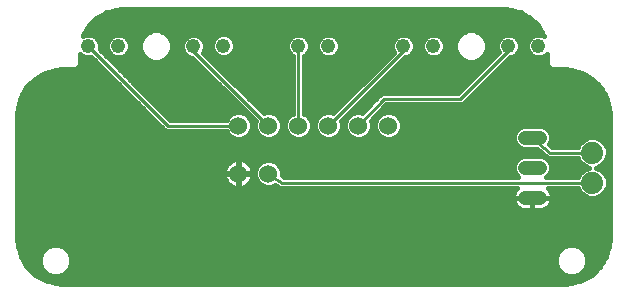
<source format=gbl>
G75*
%MOIN*%
%OFA0B0*%
%FSLAX25Y25*%
%IPPOS*%
%LPD*%
%AMOC8*
5,1,8,0,0,1.08239X$1,22.5*
%
%ADD10C,0.07400*%
%ADD11C,0.04800*%
%ADD12C,0.04800*%
%ADD13C,0.06000*%
%ADD14C,0.01600*%
%ADD15C,0.01000*%
D10*
X0254000Y0071000D03*
X0254000Y0081000D03*
D11*
X0236000Y0116500D03*
X0226000Y0116500D03*
X0201000Y0116500D03*
X0191000Y0116500D03*
X0166000Y0116500D03*
X0156000Y0116500D03*
X0131000Y0116561D03*
X0121000Y0116439D03*
X0096000Y0116500D03*
X0086000Y0116500D03*
D12*
X0231600Y0086000D02*
X0236400Y0086000D01*
X0236400Y0076000D02*
X0231600Y0076000D01*
X0231600Y0066000D02*
X0236400Y0066000D01*
D13*
X0186000Y0090000D03*
X0176000Y0090000D03*
X0166000Y0090000D03*
X0156000Y0090000D03*
X0146000Y0090000D03*
X0136000Y0090000D03*
X0136000Y0074000D03*
X0146000Y0074000D03*
D14*
X0075081Y0037426D02*
X0071375Y0038419D01*
X0068051Y0040338D01*
X0065338Y0043051D01*
X0063419Y0046375D01*
X0062426Y0050081D01*
X0062300Y0052000D01*
X0062300Y0094000D01*
X0062426Y0095919D01*
X0063419Y0099625D01*
X0065338Y0102949D01*
X0068051Y0105662D01*
X0071375Y0107581D01*
X0075081Y0108574D01*
X0077000Y0108700D01*
X0081953Y0108700D01*
X0083300Y0110047D01*
X0083300Y0113826D01*
X0083847Y0113279D01*
X0085244Y0112700D01*
X0086756Y0112700D01*
X0087008Y0112805D01*
X0110600Y0089213D01*
X0110600Y0089213D01*
X0111713Y0088100D01*
X0132024Y0088100D01*
X0132270Y0087508D01*
X0133508Y0086270D01*
X0135125Y0085600D01*
X0136875Y0085600D01*
X0138492Y0086270D01*
X0139730Y0087508D01*
X0140400Y0089125D01*
X0140400Y0090875D01*
X0139730Y0092492D01*
X0138492Y0093730D01*
X0136875Y0094400D01*
X0135125Y0094400D01*
X0133508Y0093730D01*
X0132270Y0092492D01*
X0132024Y0091900D01*
X0113287Y0091900D01*
X0089695Y0115492D01*
X0089800Y0115744D01*
X0089800Y0117256D01*
X0089221Y0118653D01*
X0088153Y0119721D01*
X0093847Y0119721D01*
X0092779Y0118653D01*
X0092200Y0117256D01*
X0092200Y0115744D01*
X0092779Y0114347D01*
X0093847Y0113279D01*
X0095244Y0112700D01*
X0096756Y0112700D01*
X0098153Y0113279D01*
X0099221Y0114347D01*
X0099800Y0115744D01*
X0099800Y0117256D01*
X0099221Y0118653D01*
X0098153Y0119721D01*
X0104293Y0119721D01*
X0104047Y0119475D02*
X0103247Y0117545D01*
X0103247Y0115455D01*
X0104047Y0113525D01*
X0105525Y0112047D01*
X0107455Y0111247D01*
X0109545Y0111247D01*
X0111475Y0112047D01*
X0112953Y0113525D01*
X0113753Y0115455D01*
X0113753Y0117545D01*
X0112953Y0119475D01*
X0111475Y0120953D01*
X0109545Y0121753D01*
X0107455Y0121753D01*
X0105525Y0120953D01*
X0104047Y0119475D01*
X0103487Y0118123D02*
X0099441Y0118123D01*
X0098153Y0119721D02*
X0096756Y0120300D01*
X0095244Y0120300D01*
X0093847Y0119721D01*
X0092559Y0118123D02*
X0089441Y0118123D01*
X0088153Y0119721D02*
X0086756Y0120300D01*
X0085244Y0120300D01*
X0084248Y0119887D01*
X0084343Y0120243D01*
X0086131Y0123340D01*
X0088660Y0125869D01*
X0091757Y0127657D01*
X0095212Y0128583D01*
X0097000Y0128700D01*
X0225000Y0128700D01*
X0226788Y0128583D01*
X0230243Y0127657D01*
X0233340Y0125869D01*
X0235869Y0123340D01*
X0237657Y0120243D01*
X0237752Y0119887D01*
X0236756Y0120300D01*
X0235244Y0120300D01*
X0233847Y0119721D01*
X0228153Y0119721D01*
X0226756Y0120300D01*
X0225244Y0120300D01*
X0223847Y0119721D01*
X0217707Y0119721D01*
X0217953Y0119475D02*
X0216475Y0120953D01*
X0214545Y0121753D01*
X0212455Y0121753D01*
X0210525Y0120953D01*
X0209047Y0119475D01*
X0208247Y0117545D01*
X0208247Y0115455D01*
X0209047Y0113525D01*
X0210525Y0112047D01*
X0212455Y0111247D01*
X0214545Y0111247D01*
X0216475Y0112047D01*
X0217953Y0113525D01*
X0218753Y0115455D01*
X0218753Y0117545D01*
X0217953Y0119475D01*
X0218513Y0118123D02*
X0222559Y0118123D01*
X0222779Y0118653D02*
X0222200Y0117256D01*
X0222200Y0115744D01*
X0222744Y0114431D01*
X0209213Y0100900D01*
X0185255Y0100900D01*
X0185232Y0100922D01*
X0184473Y0100900D01*
X0183713Y0100900D01*
X0183691Y0100878D01*
X0183659Y0100877D01*
X0183137Y0100324D01*
X0182600Y0099787D01*
X0182600Y0099755D01*
X0177355Y0094201D01*
X0176875Y0094400D01*
X0175125Y0094400D01*
X0173508Y0093730D01*
X0172270Y0092492D01*
X0171600Y0090875D01*
X0171600Y0089125D01*
X0172270Y0087508D01*
X0173508Y0086270D01*
X0175125Y0085600D01*
X0176875Y0085600D01*
X0178492Y0086270D01*
X0179730Y0087508D01*
X0180400Y0089125D01*
X0180400Y0090875D01*
X0180107Y0091582D01*
X0185319Y0097100D01*
X0210787Y0097100D01*
X0226387Y0112700D01*
X0226756Y0112700D01*
X0228153Y0113279D01*
X0229221Y0114347D01*
X0229800Y0115744D01*
X0229800Y0117256D01*
X0229221Y0118653D01*
X0228153Y0119721D01*
X0229441Y0118123D02*
X0232559Y0118123D01*
X0232779Y0118653D02*
X0232200Y0117256D01*
X0232200Y0115744D01*
X0232779Y0114347D01*
X0233847Y0113279D01*
X0235244Y0112700D01*
X0236756Y0112700D01*
X0238153Y0113279D01*
X0238700Y0113826D01*
X0238700Y0110047D01*
X0240047Y0108700D01*
X0245000Y0108700D01*
X0246919Y0108574D01*
X0250625Y0107581D01*
X0253949Y0105662D01*
X0256662Y0102949D01*
X0258581Y0099625D01*
X0259574Y0095919D01*
X0259700Y0094000D01*
X0259700Y0052000D01*
X0259574Y0050081D01*
X0258581Y0046375D01*
X0256662Y0043051D01*
X0253949Y0040338D01*
X0250625Y0038419D01*
X0246919Y0037426D01*
X0245000Y0037300D01*
X0077000Y0037300D01*
X0075081Y0037426D01*
X0072203Y0038197D02*
X0249797Y0038197D01*
X0248161Y0039796D02*
X0253010Y0039796D01*
X0255005Y0041394D02*
X0250823Y0041394D01*
X0251453Y0042025D02*
X0249975Y0040547D01*
X0248045Y0039747D01*
X0245955Y0039747D01*
X0244025Y0040547D01*
X0242547Y0042025D01*
X0241747Y0043955D01*
X0241747Y0046045D01*
X0242547Y0047975D01*
X0244025Y0049453D01*
X0245955Y0050253D01*
X0248045Y0050253D01*
X0249975Y0049453D01*
X0251453Y0047975D01*
X0252253Y0046045D01*
X0252253Y0043955D01*
X0251453Y0042025D01*
X0251854Y0042993D02*
X0256604Y0042993D01*
X0257551Y0044591D02*
X0252253Y0044591D01*
X0252193Y0046190D02*
X0258474Y0046190D01*
X0258960Y0047788D02*
X0251531Y0047788D01*
X0250042Y0049387D02*
X0259388Y0049387D01*
X0259633Y0050985D02*
X0062367Y0050985D01*
X0062300Y0052584D02*
X0259700Y0052584D01*
X0259700Y0054182D02*
X0062300Y0054182D01*
X0062300Y0055781D02*
X0259700Y0055781D01*
X0259700Y0057379D02*
X0062300Y0057379D01*
X0062300Y0058978D02*
X0259700Y0058978D01*
X0259700Y0060576D02*
X0062300Y0060576D01*
X0062300Y0062175D02*
X0229856Y0062175D01*
X0229988Y0062108D02*
X0230616Y0061903D01*
X0231269Y0061800D01*
X0234000Y0061800D01*
X0236731Y0061800D01*
X0237384Y0061903D01*
X0238012Y0062108D01*
X0238601Y0062408D01*
X0239136Y0062796D01*
X0239604Y0063264D01*
X0239992Y0063799D01*
X0240292Y0064388D01*
X0240497Y0065016D01*
X0240600Y0065669D01*
X0240600Y0066000D01*
X0240600Y0066331D01*
X0240497Y0066984D01*
X0240292Y0067612D01*
X0239992Y0068201D01*
X0239604Y0068736D01*
X0239240Y0069100D01*
X0249267Y0069100D01*
X0249676Y0068111D01*
X0251111Y0066676D01*
X0252986Y0065900D01*
X0255014Y0065900D01*
X0256889Y0066676D01*
X0258324Y0068111D01*
X0259100Y0069986D01*
X0259100Y0072014D01*
X0258324Y0073889D01*
X0256889Y0075324D01*
X0255256Y0076000D01*
X0256889Y0076676D01*
X0258324Y0078111D01*
X0259100Y0079986D01*
X0259100Y0082014D01*
X0258324Y0083889D01*
X0256889Y0085324D01*
X0255014Y0086100D01*
X0252986Y0086100D01*
X0251111Y0085324D01*
X0249676Y0083889D01*
X0249267Y0082900D01*
X0240688Y0082900D01*
X0239589Y0083815D01*
X0239621Y0083847D01*
X0240200Y0085244D01*
X0240200Y0086756D01*
X0239621Y0088153D01*
X0238553Y0089221D01*
X0237156Y0089800D01*
X0230844Y0089800D01*
X0229447Y0089221D01*
X0228379Y0088153D01*
X0227800Y0086756D01*
X0227800Y0085244D01*
X0228379Y0083847D01*
X0229447Y0082779D01*
X0230844Y0082200D01*
X0235592Y0082200D01*
X0238717Y0079596D01*
X0239213Y0079100D01*
X0239312Y0079100D01*
X0239388Y0079037D01*
X0240086Y0079100D01*
X0249267Y0079100D01*
X0249676Y0078111D01*
X0251111Y0076676D01*
X0252744Y0076000D01*
X0251111Y0075324D01*
X0249676Y0073889D01*
X0249267Y0072900D01*
X0238674Y0072900D01*
X0239621Y0073847D01*
X0240200Y0075244D01*
X0240200Y0076756D01*
X0239621Y0078153D01*
X0238553Y0079221D01*
X0237156Y0079800D01*
X0230844Y0079800D01*
X0229447Y0079221D01*
X0228379Y0078153D01*
X0227800Y0076756D01*
X0227800Y0075244D01*
X0228379Y0073847D01*
X0229326Y0072900D01*
X0151075Y0072900D01*
X0150400Y0073350D01*
X0150400Y0074875D01*
X0149730Y0076492D01*
X0148492Y0077730D01*
X0146875Y0078400D01*
X0145125Y0078400D01*
X0143508Y0077730D01*
X0142270Y0076492D01*
X0141600Y0074875D01*
X0141600Y0073125D01*
X0142270Y0071508D01*
X0143508Y0070270D01*
X0145125Y0069600D01*
X0146875Y0069600D01*
X0148294Y0070187D01*
X0149290Y0069523D01*
X0149713Y0069100D01*
X0149925Y0069100D01*
X0150101Y0068983D01*
X0150688Y0069100D01*
X0228760Y0069100D01*
X0228396Y0068736D01*
X0228008Y0068201D01*
X0227708Y0067612D01*
X0227503Y0066984D01*
X0227400Y0066331D01*
X0227400Y0066000D01*
X0234000Y0066000D01*
X0240600Y0066000D01*
X0234000Y0066000D01*
X0234000Y0066000D01*
X0234000Y0061800D01*
X0234000Y0066000D01*
X0234000Y0066000D01*
X0234000Y0066000D01*
X0227400Y0066000D01*
X0227400Y0065669D01*
X0227503Y0065016D01*
X0227708Y0064388D01*
X0228008Y0063799D01*
X0228396Y0063264D01*
X0228864Y0062796D01*
X0229399Y0062408D01*
X0229988Y0062108D01*
X0228026Y0063773D02*
X0062300Y0063773D01*
X0062300Y0065372D02*
X0227447Y0065372D01*
X0227501Y0066970D02*
X0062300Y0066970D01*
X0062300Y0068569D02*
X0228275Y0068569D01*
X0234000Y0065372D02*
X0234000Y0065372D01*
X0234000Y0063773D02*
X0234000Y0063773D01*
X0234000Y0062175D02*
X0234000Y0062175D01*
X0238144Y0062175D02*
X0259700Y0062175D01*
X0259700Y0063773D02*
X0239974Y0063773D01*
X0240553Y0065372D02*
X0259700Y0065372D01*
X0259700Y0066970D02*
X0257183Y0066970D01*
X0258513Y0068569D02*
X0259700Y0068569D01*
X0259700Y0070167D02*
X0259100Y0070167D01*
X0259100Y0071766D02*
X0259700Y0071766D01*
X0259700Y0073364D02*
X0258541Y0073364D01*
X0259700Y0074963D02*
X0257250Y0074963D01*
X0256611Y0076561D02*
X0259700Y0076561D01*
X0259700Y0078160D02*
X0258344Y0078160D01*
X0259006Y0079758D02*
X0259700Y0079758D01*
X0259700Y0081357D02*
X0259100Y0081357D01*
X0258710Y0082955D02*
X0259700Y0082955D01*
X0259700Y0084554D02*
X0257659Y0084554D01*
X0259700Y0086152D02*
X0240200Y0086152D01*
X0239788Y0087751D02*
X0259700Y0087751D01*
X0259700Y0089349D02*
X0238244Y0089349D01*
X0229756Y0089349D02*
X0190400Y0089349D01*
X0190400Y0089125D02*
X0189730Y0087508D01*
X0188492Y0086270D01*
X0186875Y0085600D01*
X0185125Y0085600D01*
X0183508Y0086270D01*
X0182270Y0087508D01*
X0181600Y0089125D01*
X0181600Y0090875D01*
X0182270Y0092492D01*
X0183508Y0093730D01*
X0185125Y0094400D01*
X0186875Y0094400D01*
X0188492Y0093730D01*
X0189730Y0092492D01*
X0190400Y0090875D01*
X0190400Y0089125D01*
X0189831Y0087751D02*
X0228212Y0087751D01*
X0227800Y0086152D02*
X0188209Y0086152D01*
X0183791Y0086152D02*
X0178209Y0086152D01*
X0179831Y0087751D02*
X0182169Y0087751D01*
X0181600Y0089349D02*
X0180400Y0089349D01*
X0180370Y0090948D02*
X0181630Y0090948D01*
X0181018Y0092546D02*
X0182324Y0092546D01*
X0182528Y0094145D02*
X0184509Y0094145D01*
X0184038Y0095743D02*
X0259586Y0095743D01*
X0259691Y0094145D02*
X0187491Y0094145D01*
X0189676Y0092546D02*
X0259700Y0092546D01*
X0259700Y0090948D02*
X0190370Y0090948D01*
X0178811Y0095743D02*
X0174502Y0095743D01*
X0174509Y0094145D02*
X0172887Y0094145D01*
X0172324Y0092546D02*
X0171273Y0092546D01*
X0170163Y0091448D02*
X0191630Y0112700D01*
X0191756Y0112700D01*
X0193153Y0113279D01*
X0194221Y0114347D01*
X0194800Y0115744D01*
X0194800Y0117256D01*
X0194221Y0118653D01*
X0193153Y0119721D01*
X0198847Y0119721D01*
X0197779Y0118653D01*
X0197200Y0117256D01*
X0197200Y0115744D01*
X0197779Y0114347D01*
X0198847Y0113279D01*
X0200244Y0112700D01*
X0201756Y0112700D01*
X0203153Y0113279D01*
X0204221Y0114347D01*
X0204800Y0115744D01*
X0204800Y0117256D01*
X0204221Y0118653D01*
X0203153Y0119721D01*
X0209293Y0119721D01*
X0208487Y0118123D02*
X0204441Y0118123D01*
X0203153Y0119721D02*
X0201756Y0120300D01*
X0200244Y0120300D01*
X0198847Y0119721D01*
X0197559Y0118123D02*
X0194441Y0118123D01*
X0193153Y0119721D02*
X0191756Y0120300D01*
X0190244Y0120300D01*
X0188847Y0119721D01*
X0168153Y0119721D01*
X0166756Y0120300D01*
X0165244Y0120300D01*
X0163847Y0119721D01*
X0158153Y0119721D01*
X0156756Y0120300D01*
X0155244Y0120300D01*
X0153847Y0119721D01*
X0133214Y0119721D01*
X0133152Y0119783D02*
X0131755Y0120361D01*
X0130244Y0120361D01*
X0128847Y0119783D01*
X0127778Y0118714D01*
X0127200Y0117317D01*
X0127200Y0115805D01*
X0127778Y0114409D01*
X0128847Y0113340D01*
X0130244Y0112761D01*
X0131755Y0112761D01*
X0133152Y0113340D01*
X0134221Y0114409D01*
X0134800Y0115805D01*
X0134800Y0117317D01*
X0134221Y0118714D01*
X0133152Y0119783D01*
X0134466Y0118123D02*
X0152559Y0118123D01*
X0152779Y0118653D02*
X0152200Y0117256D01*
X0152200Y0115744D01*
X0152779Y0114347D01*
X0153847Y0113279D01*
X0154100Y0113174D01*
X0154100Y0093976D01*
X0153508Y0093730D01*
X0152270Y0092492D01*
X0151600Y0090875D01*
X0151600Y0089125D01*
X0152270Y0087508D01*
X0153508Y0086270D01*
X0155125Y0085600D01*
X0156875Y0085600D01*
X0158492Y0086270D01*
X0159730Y0087508D01*
X0160400Y0089125D01*
X0160400Y0090875D01*
X0159730Y0092492D01*
X0158492Y0093730D01*
X0157900Y0093976D01*
X0157900Y0113174D01*
X0158153Y0113279D01*
X0159221Y0114347D01*
X0159800Y0115744D01*
X0159800Y0117256D01*
X0159221Y0118653D01*
X0158153Y0119721D01*
X0159441Y0118123D02*
X0162559Y0118123D01*
X0162779Y0118653D02*
X0162200Y0117256D01*
X0162200Y0115744D01*
X0162779Y0114347D01*
X0163847Y0113279D01*
X0165244Y0112700D01*
X0166756Y0112700D01*
X0168153Y0113279D01*
X0169221Y0114347D01*
X0169800Y0115744D01*
X0169800Y0117256D01*
X0169221Y0118653D01*
X0168153Y0119721D01*
X0169441Y0118123D02*
X0187559Y0118123D01*
X0187779Y0118653D02*
X0187200Y0117256D01*
X0187200Y0115744D01*
X0187779Y0114347D01*
X0187835Y0114291D01*
X0167488Y0094146D01*
X0166875Y0094400D01*
X0165125Y0094400D01*
X0163508Y0093730D01*
X0162270Y0092492D01*
X0161600Y0090875D01*
X0161600Y0089125D01*
X0162270Y0087508D01*
X0163508Y0086270D01*
X0165125Y0085600D01*
X0166875Y0085600D01*
X0168492Y0086270D01*
X0169730Y0087508D01*
X0170400Y0089125D01*
X0170400Y0090875D01*
X0170163Y0091448D01*
X0170370Y0090948D02*
X0171630Y0090948D01*
X0171600Y0089349D02*
X0170400Y0089349D01*
X0169831Y0087751D02*
X0172169Y0087751D01*
X0173791Y0086152D02*
X0168209Y0086152D01*
X0163791Y0086152D02*
X0158209Y0086152D01*
X0159831Y0087751D02*
X0162169Y0087751D01*
X0161600Y0089349D02*
X0160400Y0089349D01*
X0160370Y0090948D02*
X0161630Y0090948D01*
X0162324Y0092546D02*
X0159676Y0092546D01*
X0157900Y0094145D02*
X0164509Y0094145D01*
X0169101Y0095743D02*
X0157900Y0095743D01*
X0154100Y0095743D02*
X0142899Y0095743D01*
X0144512Y0094146D02*
X0145125Y0094400D01*
X0146875Y0094400D01*
X0148492Y0093730D01*
X0149730Y0092492D01*
X0150400Y0090875D01*
X0150400Y0089125D01*
X0149730Y0087508D01*
X0148492Y0086270D01*
X0146875Y0085600D01*
X0145125Y0085600D01*
X0143508Y0086270D01*
X0142270Y0087508D01*
X0141600Y0089125D01*
X0141600Y0090875D01*
X0141837Y0091448D01*
X0120432Y0112639D01*
X0120244Y0112639D01*
X0118848Y0113217D01*
X0117779Y0114286D01*
X0117200Y0115683D01*
X0117200Y0117195D01*
X0117779Y0118591D01*
X0118848Y0119660D01*
X0120244Y0120239D01*
X0121756Y0120239D01*
X0123153Y0119660D01*
X0124222Y0118591D01*
X0124800Y0117195D01*
X0124800Y0115683D01*
X0124222Y0114286D01*
X0124195Y0114260D01*
X0144512Y0094146D01*
X0147491Y0094145D02*
X0154100Y0094145D01*
X0152324Y0092546D02*
X0149676Y0092546D01*
X0150370Y0090948D02*
X0151630Y0090948D01*
X0151600Y0089349D02*
X0150400Y0089349D01*
X0149831Y0087751D02*
X0152169Y0087751D01*
X0153791Y0086152D02*
X0148209Y0086152D01*
X0143791Y0086152D02*
X0138209Y0086152D01*
X0139831Y0087751D02*
X0142169Y0087751D01*
X0141600Y0089349D02*
X0140400Y0089349D01*
X0140370Y0090948D02*
X0141630Y0090948D01*
X0140727Y0092546D02*
X0139676Y0092546D01*
X0139113Y0094145D02*
X0137491Y0094145D01*
X0137498Y0095743D02*
X0109444Y0095743D01*
X0111042Y0094145D02*
X0134509Y0094145D01*
X0132324Y0092546D02*
X0112641Y0092546D01*
X0108865Y0090948D02*
X0062300Y0090948D01*
X0062300Y0092546D02*
X0107267Y0092546D01*
X0105668Y0094145D02*
X0062309Y0094145D01*
X0062414Y0095743D02*
X0104070Y0095743D01*
X0102471Y0097342D02*
X0062807Y0097342D01*
X0063235Y0098940D02*
X0100873Y0098940D01*
X0099274Y0100539D02*
X0063946Y0100539D01*
X0064869Y0102137D02*
X0097676Y0102137D01*
X0096077Y0103736D02*
X0066125Y0103736D01*
X0067723Y0105334D02*
X0094479Y0105334D01*
X0099852Y0105334D02*
X0127810Y0105334D01*
X0129425Y0103736D02*
X0101451Y0103736D01*
X0103049Y0102137D02*
X0131039Y0102137D01*
X0132654Y0100539D02*
X0104648Y0100539D01*
X0106247Y0098940D02*
X0134269Y0098940D01*
X0135883Y0097342D02*
X0107845Y0097342D01*
X0110464Y0089349D02*
X0062300Y0089349D01*
X0062300Y0087751D02*
X0132169Y0087751D01*
X0133791Y0086152D02*
X0062300Y0086152D01*
X0062300Y0084554D02*
X0228086Y0084554D01*
X0229271Y0082955D02*
X0062300Y0082955D01*
X0062300Y0081357D02*
X0236604Y0081357D01*
X0237256Y0079758D02*
X0238522Y0079758D01*
X0239614Y0078160D02*
X0249656Y0078160D01*
X0251389Y0076561D02*
X0240200Y0076561D01*
X0240083Y0074963D02*
X0250750Y0074963D01*
X0249459Y0073364D02*
X0239138Y0073364D01*
X0239725Y0068569D02*
X0249487Y0068569D01*
X0250817Y0066970D02*
X0240499Y0066970D01*
X0228862Y0073364D02*
X0150400Y0073364D01*
X0150364Y0074963D02*
X0227917Y0074963D01*
X0227800Y0076561D02*
X0149661Y0076561D01*
X0147455Y0078160D02*
X0228386Y0078160D01*
X0230744Y0079758D02*
X0062300Y0079758D01*
X0062300Y0078160D02*
X0133591Y0078160D01*
X0133484Y0078105D02*
X0132873Y0077661D01*
X0132339Y0077127D01*
X0131895Y0076516D01*
X0131552Y0075843D01*
X0131318Y0075124D01*
X0131200Y0074378D01*
X0131200Y0074200D01*
X0135800Y0074200D01*
X0135800Y0078800D01*
X0135622Y0078800D01*
X0134876Y0078682D01*
X0134157Y0078448D01*
X0133484Y0078105D01*
X0131928Y0076561D02*
X0062300Y0076561D01*
X0062300Y0074963D02*
X0131293Y0074963D01*
X0131200Y0073800D02*
X0131200Y0073622D01*
X0131318Y0072876D01*
X0131552Y0072157D01*
X0131895Y0071484D01*
X0132339Y0070873D01*
X0132873Y0070339D01*
X0133484Y0069895D01*
X0134157Y0069552D01*
X0134876Y0069318D01*
X0135622Y0069200D01*
X0135800Y0069200D01*
X0135800Y0073800D01*
X0131200Y0073800D01*
X0131241Y0073364D02*
X0062300Y0073364D01*
X0062300Y0071766D02*
X0131751Y0071766D01*
X0133109Y0070167D02*
X0062300Y0070167D01*
X0072025Y0049453D02*
X0073955Y0050253D01*
X0076045Y0050253D01*
X0077975Y0049453D01*
X0079453Y0047975D01*
X0080253Y0046045D01*
X0080253Y0043955D01*
X0079453Y0042025D01*
X0077975Y0040547D01*
X0076045Y0039747D01*
X0073955Y0039747D01*
X0072025Y0040547D01*
X0070547Y0042025D01*
X0069747Y0043955D01*
X0069747Y0046045D01*
X0070547Y0047975D01*
X0072025Y0049453D01*
X0071958Y0049387D02*
X0062612Y0049387D01*
X0063040Y0047788D02*
X0070469Y0047788D01*
X0069807Y0046190D02*
X0063526Y0046190D01*
X0064449Y0044591D02*
X0069747Y0044591D01*
X0070146Y0042993D02*
X0065396Y0042993D01*
X0066995Y0041394D02*
X0071177Y0041394D01*
X0068990Y0039796D02*
X0073839Y0039796D01*
X0076161Y0039796D02*
X0245839Y0039796D01*
X0243177Y0041394D02*
X0078823Y0041394D01*
X0079854Y0042993D02*
X0242146Y0042993D01*
X0241747Y0044591D02*
X0080253Y0044591D01*
X0080193Y0046190D02*
X0241807Y0046190D01*
X0242469Y0047788D02*
X0079531Y0047788D01*
X0078042Y0049387D02*
X0243958Y0049387D01*
X0240621Y0082955D02*
X0249290Y0082955D01*
X0250341Y0084554D02*
X0239914Y0084554D01*
X0259193Y0097342D02*
X0211029Y0097342D01*
X0212627Y0098940D02*
X0258765Y0098940D01*
X0258054Y0100539D02*
X0214226Y0100539D01*
X0215824Y0102137D02*
X0257131Y0102137D01*
X0255875Y0103736D02*
X0217423Y0103736D01*
X0219021Y0105334D02*
X0254277Y0105334D01*
X0251748Y0106933D02*
X0220620Y0106933D01*
X0222219Y0108532D02*
X0247078Y0108532D01*
X0238700Y0110130D02*
X0223817Y0110130D01*
X0225416Y0111729D02*
X0238700Y0111729D01*
X0238700Y0113327D02*
X0238201Y0113327D01*
X0233799Y0113327D02*
X0228201Y0113327D01*
X0229461Y0114926D02*
X0232539Y0114926D01*
X0232200Y0116524D02*
X0229800Y0116524D01*
X0232779Y0118653D02*
X0233847Y0119721D01*
X0237035Y0121320D02*
X0215591Y0121320D01*
X0211409Y0121320D02*
X0110591Y0121320D01*
X0112707Y0119721D02*
X0118994Y0119721D01*
X0117585Y0118123D02*
X0113513Y0118123D01*
X0113753Y0116524D02*
X0117200Y0116524D01*
X0117514Y0114926D02*
X0113533Y0114926D01*
X0112756Y0113327D02*
X0118738Y0113327D01*
X0121351Y0111729D02*
X0110707Y0111729D01*
X0106293Y0111729D02*
X0093458Y0111729D01*
X0093799Y0113327D02*
X0091860Y0113327D01*
X0092539Y0114926D02*
X0090261Y0114926D01*
X0089800Y0116524D02*
X0092200Y0116524D01*
X0098201Y0113327D02*
X0104244Y0113327D01*
X0103467Y0114926D02*
X0099461Y0114926D01*
X0099800Y0116524D02*
X0103247Y0116524D01*
X0106409Y0121320D02*
X0084965Y0121320D01*
X0085887Y0122918D02*
X0236113Y0122918D01*
X0234692Y0124517D02*
X0087308Y0124517D01*
X0089086Y0126115D02*
X0232914Y0126115D01*
X0230032Y0127714D02*
X0091968Y0127714D01*
X0123006Y0119721D02*
X0128786Y0119721D01*
X0127533Y0118123D02*
X0124416Y0118123D01*
X0124800Y0116524D02*
X0127200Y0116524D01*
X0127564Y0114926D02*
X0124487Y0114926D01*
X0125138Y0113327D02*
X0128877Y0113327D01*
X0126753Y0111729D02*
X0154100Y0111729D01*
X0154100Y0110130D02*
X0128367Y0110130D01*
X0129982Y0108532D02*
X0154100Y0108532D01*
X0154100Y0106933D02*
X0131597Y0106933D01*
X0126195Y0106933D02*
X0098254Y0106933D01*
X0096655Y0108532D02*
X0124581Y0108532D01*
X0122966Y0110130D02*
X0095057Y0110130D01*
X0091281Y0108532D02*
X0074922Y0108532D01*
X0070252Y0106933D02*
X0092880Y0106933D01*
X0089683Y0110130D02*
X0083300Y0110130D01*
X0083300Y0111729D02*
X0088084Y0111729D01*
X0083799Y0113327D02*
X0083300Y0113327D01*
X0133122Y0113327D02*
X0153799Y0113327D01*
X0152539Y0114926D02*
X0134435Y0114926D01*
X0134800Y0116524D02*
X0152200Y0116524D01*
X0152779Y0118653D02*
X0153847Y0119721D01*
X0159800Y0116524D02*
X0162200Y0116524D01*
X0162539Y0114926D02*
X0159461Y0114926D01*
X0158201Y0113327D02*
X0163799Y0113327D01*
X0168201Y0113327D02*
X0186862Y0113327D01*
X0187539Y0114926D02*
X0169461Y0114926D01*
X0169800Y0116524D02*
X0187200Y0116524D01*
X0187779Y0118653D02*
X0188847Y0119721D01*
X0194800Y0116524D02*
X0197200Y0116524D01*
X0197539Y0114926D02*
X0194461Y0114926D01*
X0193201Y0113327D02*
X0198799Y0113327D01*
X0203201Y0113327D02*
X0209244Y0113327D01*
X0208467Y0114926D02*
X0204461Y0114926D01*
X0204800Y0116524D02*
X0208247Y0116524D01*
X0211293Y0111729D02*
X0190649Y0111729D01*
X0189034Y0110130D02*
X0218443Y0110130D01*
X0216845Y0108532D02*
X0187419Y0108532D01*
X0185805Y0106933D02*
X0215246Y0106933D01*
X0213648Y0105334D02*
X0184190Y0105334D01*
X0182575Y0103736D02*
X0212049Y0103736D01*
X0210450Y0102137D02*
X0180961Y0102137D01*
X0179346Y0100539D02*
X0183340Y0100539D01*
X0181830Y0098940D02*
X0177731Y0098940D01*
X0176117Y0097342D02*
X0180321Y0097342D01*
X0173945Y0100539D02*
X0157900Y0100539D01*
X0157900Y0102137D02*
X0175559Y0102137D01*
X0177174Y0103736D02*
X0157900Y0103736D01*
X0157900Y0105334D02*
X0178789Y0105334D01*
X0180403Y0106933D02*
X0157900Y0106933D01*
X0157900Y0108532D02*
X0182018Y0108532D01*
X0183633Y0110130D02*
X0157900Y0110130D01*
X0157900Y0111729D02*
X0185247Y0111729D01*
X0163847Y0119721D02*
X0162779Y0118653D01*
X0154100Y0105334D02*
X0133211Y0105334D01*
X0134826Y0103736D02*
X0154100Y0103736D01*
X0154100Y0102137D02*
X0136441Y0102137D01*
X0138055Y0100539D02*
X0154100Y0100539D01*
X0154100Y0098940D02*
X0139670Y0098940D01*
X0141284Y0097342D02*
X0154100Y0097342D01*
X0157900Y0097342D02*
X0170716Y0097342D01*
X0172330Y0098940D02*
X0157900Y0098940D01*
X0144545Y0078160D02*
X0138409Y0078160D01*
X0138516Y0078105D02*
X0137843Y0078448D01*
X0137124Y0078682D01*
X0136378Y0078800D01*
X0136200Y0078800D01*
X0136200Y0074200D01*
X0135800Y0074200D01*
X0135800Y0073800D01*
X0136200Y0073800D01*
X0136200Y0074200D01*
X0140800Y0074200D01*
X0140800Y0074378D01*
X0140682Y0075124D01*
X0140448Y0075843D01*
X0140105Y0076516D01*
X0139661Y0077127D01*
X0139127Y0077661D01*
X0138516Y0078105D01*
X0140072Y0076561D02*
X0142339Y0076561D01*
X0141636Y0074963D02*
X0140707Y0074963D01*
X0140800Y0073800D02*
X0136200Y0073800D01*
X0136200Y0069200D01*
X0136378Y0069200D01*
X0137124Y0069318D01*
X0137843Y0069552D01*
X0138516Y0069895D01*
X0139127Y0070339D01*
X0139661Y0070873D01*
X0140105Y0071484D01*
X0140448Y0072157D01*
X0140682Y0072876D01*
X0140800Y0073622D01*
X0140800Y0073800D01*
X0140759Y0073364D02*
X0141600Y0073364D01*
X0142163Y0071766D02*
X0140249Y0071766D01*
X0138891Y0070167D02*
X0143755Y0070167D01*
X0148245Y0070167D02*
X0148324Y0070167D01*
X0136200Y0070167D02*
X0135800Y0070167D01*
X0135800Y0071766D02*
X0136200Y0071766D01*
X0136200Y0073364D02*
X0135800Y0073364D01*
X0135800Y0074963D02*
X0136200Y0074963D01*
X0136200Y0076561D02*
X0135800Y0076561D01*
X0135800Y0078160D02*
X0136200Y0078160D01*
X0215707Y0111729D02*
X0220042Y0111729D01*
X0221640Y0113327D02*
X0217756Y0113327D01*
X0218533Y0114926D02*
X0222539Y0114926D01*
X0222200Y0116524D02*
X0218753Y0116524D01*
X0222779Y0118653D02*
X0223847Y0119721D01*
D15*
X0226000Y0116500D02*
X0226000Y0115000D01*
X0210000Y0099000D01*
X0184500Y0099000D01*
X0176000Y0090000D01*
X0166000Y0090000D02*
X0191000Y0114750D01*
X0191000Y0116500D01*
X0156000Y0116500D02*
X0156000Y0090000D01*
X0146000Y0090000D02*
X0121000Y0114750D01*
X0121000Y0116439D01*
X0112500Y0090000D02*
X0086000Y0116500D01*
X0112500Y0090000D02*
X0136000Y0090000D01*
X0146000Y0074000D02*
X0150500Y0071000D01*
X0254000Y0071000D01*
X0254000Y0081000D02*
X0240000Y0081000D01*
X0234000Y0086000D01*
M02*

</source>
